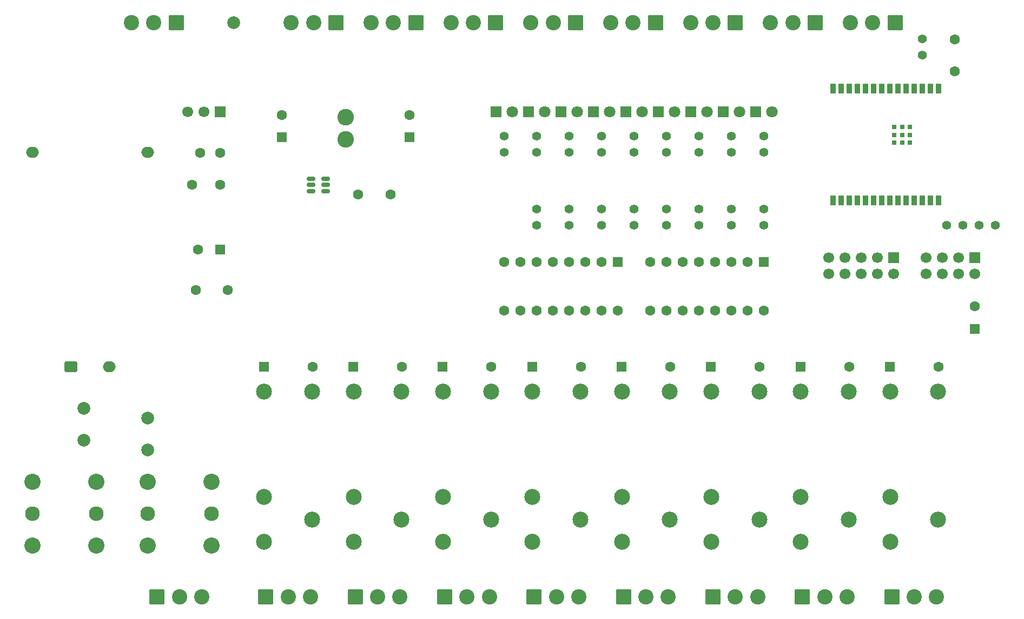
<source format=gbr>
%TF.GenerationSoftware,KiCad,Pcbnew,9.0.3*%
%TF.CreationDate,2025-07-21T16:07:52+02:00*%
%TF.ProjectId,lokho1-z,6c6f6b68-6f31-42d7-9a2e-6b696361645f,rev?*%
%TF.SameCoordinates,Original*%
%TF.FileFunction,Soldermask,Top*%
%TF.FilePolarity,Negative*%
%FSLAX46Y46*%
G04 Gerber Fmt 4.6, Leading zero omitted, Abs format (unit mm)*
G04 Created by KiCad (PCBNEW 9.0.3) date 2025-07-21 16:07:52*
%MOMM*%
%LPD*%
G01*
G04 APERTURE LIST*
G04 Aperture macros list*
%AMRoundRect*
0 Rectangle with rounded corners*
0 $1 Rounding radius*
0 $2 $3 $4 $5 $6 $7 $8 $9 X,Y pos of 4 corners*
0 Add a 4 corners polygon primitive as box body*
4,1,4,$2,$3,$4,$5,$6,$7,$8,$9,$2,$3,0*
0 Add four circle primitives for the rounded corners*
1,1,$1+$1,$2,$3*
1,1,$1+$1,$4,$5*
1,1,$1+$1,$6,$7*
1,1,$1+$1,$8,$9*
0 Add four rect primitives between the rounded corners*
20,1,$1+$1,$2,$3,$4,$5,0*
20,1,$1+$1,$4,$5,$6,$7,0*
20,1,$1+$1,$6,$7,$8,$9,0*
20,1,$1+$1,$8,$9,$2,$3,0*%
G04 Aperture macros list end*
%ADD10R,0.900000X1.500000*%
%ADD11R,0.800000X0.800000*%
%ADD12C,1.400000*%
%ADD13C,2.000000*%
%ADD14C,1.600000*%
%ADD15C,2.540000*%
%ADD16C,2.300000*%
%ADD17RoundRect,0.250000X-0.550000X-0.550000X0.550000X-0.550000X0.550000X0.550000X-0.550000X0.550000X0*%
%ADD18C,2.400000*%
%ADD19RoundRect,0.250001X-0.949999X-0.949999X0.949999X-0.949999X0.949999X0.949999X-0.949999X0.949999X0*%
%ADD20C,2.500000*%
%ADD21C,1.700000*%
%ADD22R,1.700000X1.700000*%
%ADD23RoundRect,0.250000X0.550000X0.550000X-0.550000X0.550000X-0.550000X-0.550000X0.550000X-0.550000X0*%
%ADD24RoundRect,0.250000X0.550000X-0.550000X0.550000X0.550000X-0.550000X0.550000X-0.550000X-0.550000X0*%
%ADD25R,1.800000X1.800000*%
%ADD26C,1.800000*%
%ADD27RoundRect,0.250000X-0.550000X0.550000X-0.550000X-0.550000X0.550000X-0.550000X0.550000X0.550000X0*%
%ADD28RoundRect,0.150000X-0.512500X-0.150000X0.512500X-0.150000X0.512500X0.150000X-0.512500X0.150000X0*%
%ADD29C,2.600000*%
%ADD30RoundRect,0.250001X0.949999X0.949999X-0.949999X0.949999X-0.949999X-0.949999X0.949999X-0.949999X0*%
%ADD31O,2.000000X1.700000*%
%ADD32RoundRect,0.250000X0.750000X-0.600000X0.750000X0.600000X-0.750000X0.600000X-0.750000X-0.600000X0*%
G04 APERTURE END LIST*
D10*
%TO.C,U1*%
X187820000Y-65380000D03*
X186550000Y-65380000D03*
X185280000Y-65380000D03*
X184010000Y-65380000D03*
X182740000Y-65380000D03*
X181470000Y-65380000D03*
X180200000Y-65380000D03*
X178930000Y-65380000D03*
X177660000Y-65380000D03*
X176390000Y-65380000D03*
X175120000Y-65380000D03*
X173850000Y-65380000D03*
X172580000Y-65380000D03*
X171310000Y-65380000D03*
X171310000Y-82880000D03*
X172580000Y-82880000D03*
X173850000Y-82880000D03*
X175120000Y-82880000D03*
X176390000Y-82880000D03*
X177660000Y-82880000D03*
X178930000Y-82880000D03*
X180200000Y-82880000D03*
X181470000Y-82880000D03*
X182740000Y-82880000D03*
X184010000Y-82880000D03*
X185280000Y-82880000D03*
X186550000Y-82880000D03*
X187820000Y-82880000D03*
D11*
X183350000Y-71375000D03*
X182100000Y-71375000D03*
X180850000Y-71375000D03*
X183350000Y-72625000D03*
X182100000Y-72625000D03*
X180850000Y-72625000D03*
X183350000Y-73875000D03*
X182100000Y-73875000D03*
X180850000Y-73875000D03*
%TD*%
D12*
%TO.C,R4*%
X185255000Y-60160000D03*
X185255000Y-57620000D03*
%TD*%
D13*
%TO.C,RV3*%
X54000000Y-120500000D03*
X64000000Y-122000000D03*
%TD*%
D14*
%TO.C,RV2*%
X70940000Y-80440000D03*
X72240000Y-75440000D03*
%TD*%
D13*
%TO.C,RV1*%
X54000000Y-115500000D03*
X64000000Y-117000000D03*
%TD*%
D14*
%TO.C,F3*%
X75400000Y-75440000D03*
X75400000Y-80440000D03*
%TD*%
D15*
%TO.C,F2*%
X46000000Y-127000000D03*
X46000000Y-137000000D03*
X56000000Y-127000000D03*
X56000000Y-137000000D03*
D16*
X46000000Y-132000000D03*
X56000000Y-132000000D03*
%TD*%
D15*
%TO.C,F1*%
X74000000Y-137000000D03*
X74000000Y-127000000D03*
X64000000Y-137000000D03*
X64000000Y-127000000D03*
D16*
X74000000Y-132000000D03*
X64000000Y-132000000D03*
%TD*%
D14*
%TO.C,D8*%
X117810000Y-109000000D03*
D17*
X110190000Y-109000000D03*
%TD*%
%TO.C,D6*%
X82190000Y-109000000D03*
D14*
X89810000Y-109000000D03*
%TD*%
%TO.C,D16*%
X173810000Y-109000000D03*
D17*
X166190000Y-109000000D03*
%TD*%
D14*
%TO.C,D12*%
X145810000Y-109000000D03*
D17*
X138190000Y-109000000D03*
%TD*%
D14*
%TO.C,D9*%
X131810000Y-109000000D03*
D17*
X124190000Y-109000000D03*
%TD*%
D14*
%TO.C,D13*%
X159810000Y-109000000D03*
D17*
X152190000Y-109000000D03*
%TD*%
D14*
%TO.C,D7*%
X103810000Y-109000000D03*
D17*
X96190000Y-109000000D03*
%TD*%
D18*
%TO.C,J9*%
X159500000Y-145000000D03*
X156000000Y-145000000D03*
D19*
X152500000Y-145000000D03*
%TD*%
D18*
%TO.C,J6*%
X117500000Y-145000000D03*
X114000000Y-145000000D03*
D19*
X110500000Y-145000000D03*
%TD*%
D18*
%TO.C,J8*%
X145500000Y-145000000D03*
X142000000Y-145000000D03*
D19*
X138500000Y-145000000D03*
%TD*%
D18*
%TO.C,J5*%
X103500000Y-145000000D03*
X100000000Y-145000000D03*
D19*
X96500000Y-145000000D03*
%TD*%
D18*
%TO.C,J4*%
X89500000Y-145000000D03*
X86000000Y-145000000D03*
D19*
X82500000Y-145000000D03*
%TD*%
D18*
%TO.C,J7*%
X131500000Y-145000000D03*
X128000000Y-145000000D03*
D19*
X124500000Y-145000000D03*
%TD*%
D18*
%TO.C,J10*%
X173500000Y-145000000D03*
X170000000Y-145000000D03*
D19*
X166500000Y-145000000D03*
%TD*%
D20*
%TO.C,RL5*%
X145750000Y-112900000D03*
X138250000Y-112900000D03*
X138250000Y-136400000D03*
X138250000Y-129400000D03*
X145750000Y-132900000D03*
%TD*%
%TO.C,RL7*%
X173750000Y-112900000D03*
X166250000Y-112900000D03*
X166250000Y-136400000D03*
X166250000Y-129400000D03*
X173750000Y-132900000D03*
%TD*%
%TO.C,RL2*%
X103750000Y-112900000D03*
X96250000Y-112900000D03*
X96250000Y-136400000D03*
X96250000Y-129400000D03*
X103750000Y-132900000D03*
%TD*%
%TO.C,RL3*%
X117750000Y-112900000D03*
X110250000Y-112900000D03*
X110250000Y-136400000D03*
X110250000Y-129400000D03*
X117750000Y-132900000D03*
%TD*%
%TO.C,RL1*%
X89750000Y-112900000D03*
X82250000Y-112900000D03*
X82250000Y-136400000D03*
X82250000Y-129400000D03*
X89750000Y-132900000D03*
%TD*%
%TO.C,RL4*%
X131750000Y-112900000D03*
X124250000Y-112900000D03*
X124250000Y-136400000D03*
X124250000Y-129400000D03*
X131750000Y-132900000D03*
%TD*%
%TO.C,RL6*%
X159750000Y-112900000D03*
X152250000Y-112900000D03*
X152250000Y-136400000D03*
X152250000Y-129400000D03*
X159750000Y-132900000D03*
%TD*%
D21*
%TO.C,J22*%
X70320000Y-69050000D03*
X72860000Y-69050000D03*
D22*
X75400000Y-69050000D03*
%TD*%
D19*
%TO.C,J21*%
X65500000Y-145000000D03*
D18*
X69000000Y-145000000D03*
X72500000Y-145000000D03*
%TD*%
D14*
%TO.C,C7*%
X76590000Y-96990000D03*
X71590000Y-96990000D03*
%TD*%
D23*
%TO.C,C6*%
X75400000Y-90640000D03*
D14*
X71900000Y-90640000D03*
%TD*%
%TO.C,C5*%
X190335000Y-57700000D03*
X190335000Y-62700000D03*
%TD*%
%TO.C,C2*%
X102000000Y-82000000D03*
X97000000Y-82000000D03*
%TD*%
D24*
%TO.C,C4*%
X193510000Y-103030000D03*
D14*
X193510000Y-99530000D03*
%TD*%
D12*
%TO.C,R12*%
X140170000Y-75400000D03*
X140170000Y-72860000D03*
%TD*%
%TO.C,R8*%
X140170000Y-84290000D03*
X140170000Y-86830000D03*
%TD*%
D25*
%TO.C,D4*%
X133820000Y-69050000D03*
D26*
X136360000Y-69050000D03*
%TD*%
D22*
%TO.C,J3*%
X180810000Y-91910000D03*
D21*
X180810000Y-94450000D03*
X178270000Y-91910000D03*
X178270000Y-94450000D03*
X175730000Y-91910000D03*
X175730000Y-94450000D03*
X173190000Y-91910000D03*
X173190000Y-94450000D03*
X170650000Y-91910000D03*
X170650000Y-94450000D03*
%TD*%
D12*
%TO.C,R9*%
X124930000Y-75400000D03*
X124930000Y-72860000D03*
%TD*%
%TO.C,R5*%
X124930000Y-86830000D03*
X124930000Y-84290000D03*
%TD*%
D27*
%TO.C,U4*%
X160490000Y-92545000D03*
D14*
X157950000Y-92545000D03*
X155410000Y-92545000D03*
X152870000Y-92545000D03*
X150330000Y-92545000D03*
X147790000Y-92545000D03*
X145250000Y-92545000D03*
X142710000Y-92545000D03*
X142710000Y-100165000D03*
X145250000Y-100165000D03*
X147790000Y-100165000D03*
X150330000Y-100165000D03*
X152870000Y-100165000D03*
X155410000Y-100165000D03*
X157950000Y-100165000D03*
X160490000Y-100165000D03*
%TD*%
D27*
%TO.C,U3*%
X137630000Y-92545000D03*
D14*
X135090000Y-92545000D03*
X132550000Y-92545000D03*
X130010000Y-92545000D03*
X127470000Y-92545000D03*
X124930000Y-92545000D03*
X122390000Y-92545000D03*
X119850000Y-92545000D03*
X119850000Y-100165000D03*
X122390000Y-100165000D03*
X124930000Y-100165000D03*
X127470000Y-100165000D03*
X130010000Y-100165000D03*
X132550000Y-100165000D03*
X135090000Y-100165000D03*
X137630000Y-100165000D03*
%TD*%
D28*
%TO.C,U2*%
X89635000Y-79530000D03*
X89635000Y-80480000D03*
X89635000Y-81430000D03*
X91910000Y-81430000D03*
X91910000Y-80480000D03*
X91910000Y-79530000D03*
%TD*%
D20*
%TO.C,RL8*%
X187750000Y-132900000D03*
X180250000Y-129400000D03*
X180250000Y-136400000D03*
X180250000Y-112900000D03*
X187750000Y-112900000D03*
%TD*%
D12*
%TO.C,R20*%
X160490000Y-84290000D03*
X160490000Y-86830000D03*
%TD*%
%TO.C,R19*%
X160490000Y-75400000D03*
X160490000Y-72860000D03*
%TD*%
%TO.C,R18*%
X155410000Y-84290000D03*
X155410000Y-86830000D03*
%TD*%
%TO.C,R17*%
X155410000Y-75400000D03*
X155410000Y-72860000D03*
%TD*%
%TO.C,R16*%
X150330000Y-84290000D03*
X150330000Y-86830000D03*
%TD*%
%TO.C,R15*%
X150330000Y-75400000D03*
X150330000Y-72860000D03*
%TD*%
%TO.C,R14*%
X145250000Y-84290000D03*
X145250000Y-86830000D03*
%TD*%
%TO.C,R13*%
X145250000Y-75400000D03*
X145250000Y-72860000D03*
%TD*%
%TO.C,R11*%
X135090000Y-72860000D03*
X135090000Y-75400000D03*
%TD*%
%TO.C,R10*%
X130010000Y-72860000D03*
X130010000Y-75400000D03*
%TD*%
%TO.C,R7*%
X135090000Y-86830000D03*
X135090000Y-84290000D03*
%TD*%
%TO.C,R6*%
X130010000Y-86830000D03*
X130010000Y-84290000D03*
%TD*%
%TO.C,R3*%
X189065000Y-86830000D03*
X191605000Y-86830000D03*
%TD*%
%TO.C,R2*%
X194145000Y-86830000D03*
X196685000Y-86830000D03*
%TD*%
%TO.C,R1*%
X119850000Y-75400000D03*
X119850000Y-72860000D03*
%TD*%
D29*
%TO.C,L1*%
X94990000Y-73320000D03*
X94990000Y-69820000D03*
%TD*%
D30*
%TO.C,J19*%
X93500000Y-55000000D03*
D18*
X90000000Y-55000000D03*
X86500000Y-55000000D03*
%TD*%
D30*
%TO.C,J18*%
X106000000Y-55000000D03*
D18*
X102500000Y-55000000D03*
X99000000Y-55000000D03*
%TD*%
D30*
%TO.C,J17*%
X118500000Y-55000000D03*
D18*
X115000000Y-55000000D03*
X111500000Y-55000000D03*
%TD*%
D30*
%TO.C,J16*%
X131000000Y-55000000D03*
D18*
X127500000Y-55000000D03*
X124000000Y-55000000D03*
%TD*%
D30*
%TO.C,J15*%
X143500000Y-55000000D03*
D18*
X140000000Y-55000000D03*
X136500000Y-55000000D03*
%TD*%
D30*
%TO.C,J14*%
X156000000Y-55000000D03*
D18*
X152500000Y-55000000D03*
X149000000Y-55000000D03*
%TD*%
D30*
%TO.C,J13*%
X168500000Y-55000000D03*
D18*
X165000000Y-55000000D03*
X161500000Y-55000000D03*
%TD*%
%TO.C,J12*%
X174000000Y-55000000D03*
X177500000Y-55000000D03*
D30*
X181000000Y-55000000D03*
%TD*%
D19*
%TO.C,J11*%
X180500000Y-145000000D03*
D18*
X184000000Y-145000000D03*
X187500000Y-145000000D03*
%TD*%
D13*
%TO.C,J1*%
X77500000Y-55000000D03*
%TD*%
D17*
%TO.C,D17*%
X180190000Y-109000000D03*
D14*
X187810000Y-109000000D03*
%TD*%
D25*
%TO.C,D15*%
X159220000Y-69050000D03*
D26*
X161760000Y-69050000D03*
%TD*%
D25*
%TO.C,D14*%
X154140000Y-69050000D03*
D26*
X156680000Y-69050000D03*
%TD*%
D25*
%TO.C,D11*%
X149060000Y-69050000D03*
D26*
X151600000Y-69050000D03*
%TD*%
D25*
%TO.C,D10*%
X143980000Y-69050000D03*
D26*
X146520000Y-69050000D03*
%TD*%
D25*
%TO.C,D5*%
X138900000Y-69050000D03*
D26*
X141440000Y-69050000D03*
%TD*%
D25*
%TO.C,D3*%
X128740000Y-69050000D03*
D26*
X131280000Y-69050000D03*
%TD*%
D25*
%TO.C,D2*%
X123660000Y-69050000D03*
D26*
X126200000Y-69050000D03*
%TD*%
D25*
%TO.C,D1*%
X118580000Y-69050000D03*
D26*
X121120000Y-69050000D03*
%TD*%
D24*
%TO.C,C3*%
X105000000Y-73000000D03*
D14*
X105000000Y-69500000D03*
%TD*%
%TO.C,C1*%
X85000000Y-69500000D03*
D24*
X85000000Y-73000000D03*
%TD*%
D22*
%TO.C,J20*%
X193510000Y-91910000D03*
D21*
X193510000Y-94450000D03*
X190970000Y-91910000D03*
X190970000Y-94450000D03*
X188430000Y-91910000D03*
X188430000Y-94450000D03*
X185890000Y-91910000D03*
X185890000Y-94450000D03*
%TD*%
D30*
%TO.C,J2*%
X68500000Y-55000000D03*
D18*
X65000000Y-55000000D03*
X61500000Y-55000000D03*
%TD*%
D31*
%TO.C,PS1*%
X64000000Y-75400000D03*
X46000000Y-75400000D03*
X58000000Y-109000000D03*
D32*
X52000000Y-109000000D03*
%TD*%
M02*

</source>
